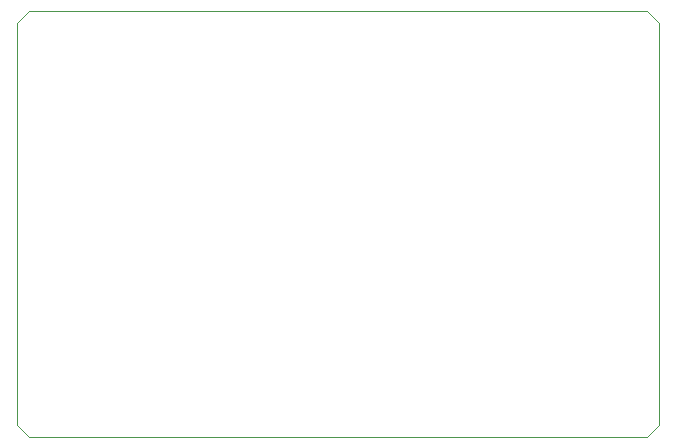
<source format=gbr>
%FSLAX34Y34*%
G04 Gerber Fmt 3.4, Leading zero omitted, Abs format*
G04 (created by PCBNEW (2014-jan-25)-product) date dom 15 jun 2014 08:51:59 CST*
%MOIN*%
G01*
G70*
G90*
G04 APERTURE LIST*
%ADD10C,0.005906*%
%ADD11C,0.003937*%
G04 APERTURE END LIST*
G54D10*
G54D11*
X77400Y-36600D02*
X77600Y-36600D01*
X77000Y-36200D02*
X77000Y-36000D01*
X77400Y-36600D02*
X77000Y-36200D01*
X77000Y-22800D02*
X77000Y-23000D01*
X77400Y-22400D02*
X77600Y-22400D01*
X77000Y-22800D02*
X77400Y-22400D01*
X98000Y-36600D02*
X97400Y-36600D01*
X98000Y-22400D02*
X97400Y-22400D01*
X98400Y-22800D02*
X98000Y-22400D01*
X98400Y-36200D02*
X98400Y-22800D01*
X98000Y-36600D02*
X98400Y-36200D01*
X97400Y-22400D02*
X77600Y-22400D01*
X77600Y-36600D02*
X97400Y-36600D01*
X77000Y-36000D02*
X77000Y-23000D01*
M02*

</source>
